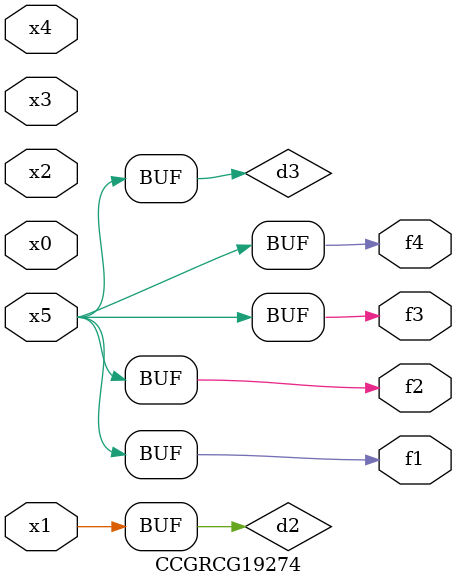
<source format=v>
module CCGRCG19274(
	input x0, x1, x2, x3, x4, x5,
	output f1, f2, f3, f4
);

	wire d1, d2, d3;

	not (d1, x5);
	or (d2, x1);
	xnor (d3, d1);
	assign f1 = d3;
	assign f2 = d3;
	assign f3 = d3;
	assign f4 = d3;
endmodule

</source>
